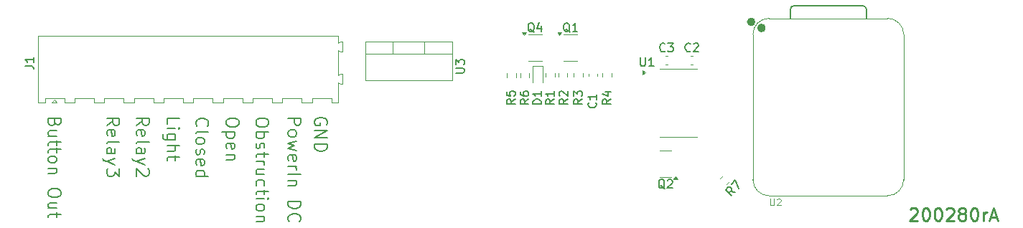
<source format=gbr>
%TF.GenerationSoftware,KiCad,Pcbnew,8.0.1*%
%TF.CreationDate,2025-01-20T12:05:53-05:00*%
%TF.ProjectId,200280,32303032-3830-42e6-9b69-6361645f7063,rev?*%
%TF.SameCoordinates,PX3473bc0PY5f5e100*%
%TF.FileFunction,Legend,Top*%
%TF.FilePolarity,Positive*%
%FSLAX46Y46*%
G04 Gerber Fmt 4.6, Leading zero omitted, Abs format (unit mm)*
G04 Created by KiCad (PCBNEW 8.0.1) date 2025-01-20 12:05:53*
%MOMM*%
%LPD*%
G01*
G04 APERTURE LIST*
%ADD10C,0.200000*%
%ADD11C,0.250000*%
%ADD12C,0.150000*%
%ADD13C,0.106680*%
%ADD14C,0.120000*%
%ADD15C,0.100000*%
%ADD16C,0.127000*%
%ADD17C,0.504000*%
G04 APERTURE END LIST*
D10*
X12279685Y12711280D02*
X12208257Y12496994D01*
X12208257Y12496994D02*
X12136828Y12425565D01*
X12136828Y12425565D02*
X11993971Y12354137D01*
X11993971Y12354137D02*
X11779685Y12354137D01*
X11779685Y12354137D02*
X11636828Y12425565D01*
X11636828Y12425565D02*
X11565400Y12496994D01*
X11565400Y12496994D02*
X11493971Y12639851D01*
X11493971Y12639851D02*
X11493971Y13211280D01*
X11493971Y13211280D02*
X12993971Y13211280D01*
X12993971Y13211280D02*
X12993971Y12711280D01*
X12993971Y12711280D02*
X12922542Y12568422D01*
X12922542Y12568422D02*
X12851114Y12496994D01*
X12851114Y12496994D02*
X12708257Y12425565D01*
X12708257Y12425565D02*
X12565400Y12425565D01*
X12565400Y12425565D02*
X12422542Y12496994D01*
X12422542Y12496994D02*
X12351114Y12568422D01*
X12351114Y12568422D02*
X12279685Y12711280D01*
X12279685Y12711280D02*
X12279685Y13211280D01*
X12493971Y11068422D02*
X11493971Y11068422D01*
X12493971Y11711280D02*
X11708257Y11711280D01*
X11708257Y11711280D02*
X11565400Y11639851D01*
X11565400Y11639851D02*
X11493971Y11496994D01*
X11493971Y11496994D02*
X11493971Y11282708D01*
X11493971Y11282708D02*
X11565400Y11139851D01*
X11565400Y11139851D02*
X11636828Y11068422D01*
X12493971Y10568422D02*
X12493971Y9996994D01*
X12993971Y10354137D02*
X11708257Y10354137D01*
X11708257Y10354137D02*
X11565400Y10282708D01*
X11565400Y10282708D02*
X11493971Y10139851D01*
X11493971Y10139851D02*
X11493971Y9996994D01*
X12493971Y9711279D02*
X12493971Y9139851D01*
X12993971Y9496994D02*
X11708257Y9496994D01*
X11708257Y9496994D02*
X11565400Y9425565D01*
X11565400Y9425565D02*
X11493971Y9282708D01*
X11493971Y9282708D02*
X11493971Y9139851D01*
X11493971Y8425565D02*
X11565400Y8568422D01*
X11565400Y8568422D02*
X11636828Y8639851D01*
X11636828Y8639851D02*
X11779685Y8711279D01*
X11779685Y8711279D02*
X12208257Y8711279D01*
X12208257Y8711279D02*
X12351114Y8639851D01*
X12351114Y8639851D02*
X12422542Y8568422D01*
X12422542Y8568422D02*
X12493971Y8425565D01*
X12493971Y8425565D02*
X12493971Y8211279D01*
X12493971Y8211279D02*
X12422542Y8068422D01*
X12422542Y8068422D02*
X12351114Y7996993D01*
X12351114Y7996993D02*
X12208257Y7925565D01*
X12208257Y7925565D02*
X11779685Y7925565D01*
X11779685Y7925565D02*
X11636828Y7996993D01*
X11636828Y7996993D02*
X11565400Y8068422D01*
X11565400Y8068422D02*
X11493971Y8211279D01*
X11493971Y8211279D02*
X11493971Y8425565D01*
X12493971Y7282708D02*
X11493971Y7282708D01*
X12351114Y7282708D02*
X12422542Y7211279D01*
X12422542Y7211279D02*
X12493971Y7068422D01*
X12493971Y7068422D02*
X12493971Y6854136D01*
X12493971Y6854136D02*
X12422542Y6711279D01*
X12422542Y6711279D02*
X12279685Y6639850D01*
X12279685Y6639850D02*
X11493971Y6639850D01*
X12993971Y4496993D02*
X12993971Y4211279D01*
X12993971Y4211279D02*
X12922542Y4068422D01*
X12922542Y4068422D02*
X12779685Y3925565D01*
X12779685Y3925565D02*
X12493971Y3854136D01*
X12493971Y3854136D02*
X11993971Y3854136D01*
X11993971Y3854136D02*
X11708257Y3925565D01*
X11708257Y3925565D02*
X11565400Y4068422D01*
X11565400Y4068422D02*
X11493971Y4211279D01*
X11493971Y4211279D02*
X11493971Y4496993D01*
X11493971Y4496993D02*
X11565400Y4639850D01*
X11565400Y4639850D02*
X11708257Y4782708D01*
X11708257Y4782708D02*
X11993971Y4854136D01*
X11993971Y4854136D02*
X12493971Y4854136D01*
X12493971Y4854136D02*
X12779685Y4782708D01*
X12779685Y4782708D02*
X12922542Y4639850D01*
X12922542Y4639850D02*
X12993971Y4496993D01*
X12493971Y2568421D02*
X11493971Y2568421D01*
X12493971Y3211279D02*
X11708257Y3211279D01*
X11708257Y3211279D02*
X11565400Y3139850D01*
X11565400Y3139850D02*
X11493971Y2996993D01*
X11493971Y2996993D02*
X11493971Y2782707D01*
X11493971Y2782707D02*
X11565400Y2639850D01*
X11565400Y2639850D02*
X11636828Y2568421D01*
X12493971Y2068421D02*
X12493971Y1496993D01*
X12993971Y1854136D02*
X11708257Y1854136D01*
X11708257Y1854136D02*
X11565400Y1782707D01*
X11565400Y1782707D02*
X11493971Y1639850D01*
X11493971Y1639850D02*
X11493971Y1496993D01*
X18393971Y12354137D02*
X19108257Y12854137D01*
X18393971Y13211280D02*
X19893971Y13211280D01*
X19893971Y13211280D02*
X19893971Y12639851D01*
X19893971Y12639851D02*
X19822542Y12496994D01*
X19822542Y12496994D02*
X19751114Y12425565D01*
X19751114Y12425565D02*
X19608257Y12354137D01*
X19608257Y12354137D02*
X19393971Y12354137D01*
X19393971Y12354137D02*
X19251114Y12425565D01*
X19251114Y12425565D02*
X19179685Y12496994D01*
X19179685Y12496994D02*
X19108257Y12639851D01*
X19108257Y12639851D02*
X19108257Y13211280D01*
X18465400Y11139851D02*
X18393971Y11282708D01*
X18393971Y11282708D02*
X18393971Y11568422D01*
X18393971Y11568422D02*
X18465400Y11711280D01*
X18465400Y11711280D02*
X18608257Y11782708D01*
X18608257Y11782708D02*
X19179685Y11782708D01*
X19179685Y11782708D02*
X19322542Y11711280D01*
X19322542Y11711280D02*
X19393971Y11568422D01*
X19393971Y11568422D02*
X19393971Y11282708D01*
X19393971Y11282708D02*
X19322542Y11139851D01*
X19322542Y11139851D02*
X19179685Y11068422D01*
X19179685Y11068422D02*
X19036828Y11068422D01*
X19036828Y11068422D02*
X18893971Y11782708D01*
X18393971Y10211280D02*
X18465400Y10354137D01*
X18465400Y10354137D02*
X18608257Y10425566D01*
X18608257Y10425566D02*
X19893971Y10425566D01*
X18393971Y8996994D02*
X19179685Y8996994D01*
X19179685Y8996994D02*
X19322542Y9068423D01*
X19322542Y9068423D02*
X19393971Y9211280D01*
X19393971Y9211280D02*
X19393971Y9496994D01*
X19393971Y9496994D02*
X19322542Y9639852D01*
X18465400Y8996994D02*
X18393971Y9139852D01*
X18393971Y9139852D02*
X18393971Y9496994D01*
X18393971Y9496994D02*
X18465400Y9639852D01*
X18465400Y9639852D02*
X18608257Y9711280D01*
X18608257Y9711280D02*
X18751114Y9711280D01*
X18751114Y9711280D02*
X18893971Y9639852D01*
X18893971Y9639852D02*
X18965400Y9496994D01*
X18965400Y9496994D02*
X18965400Y9139852D01*
X18965400Y9139852D02*
X19036828Y8996994D01*
X19393971Y8425566D02*
X18393971Y8068423D01*
X19393971Y7711280D02*
X18393971Y8068423D01*
X18393971Y8068423D02*
X18036828Y8211280D01*
X18036828Y8211280D02*
X17965400Y8282709D01*
X17965400Y8282709D02*
X17893971Y8425566D01*
X19893971Y7282709D02*
X19893971Y6354137D01*
X19893971Y6354137D02*
X19322542Y6854137D01*
X19322542Y6854137D02*
X19322542Y6639852D01*
X19322542Y6639852D02*
X19251114Y6496994D01*
X19251114Y6496994D02*
X19179685Y6425566D01*
X19179685Y6425566D02*
X19036828Y6354137D01*
X19036828Y6354137D02*
X18679685Y6354137D01*
X18679685Y6354137D02*
X18536828Y6425566D01*
X18536828Y6425566D02*
X18465400Y6496994D01*
X18465400Y6496994D02*
X18393971Y6639852D01*
X18393971Y6639852D02*
X18393971Y7068423D01*
X18393971Y7068423D02*
X18465400Y7211280D01*
X18465400Y7211280D02*
X18536828Y7282709D01*
X21893971Y12354137D02*
X22608257Y12854137D01*
X21893971Y13211280D02*
X23393971Y13211280D01*
X23393971Y13211280D02*
X23393971Y12639851D01*
X23393971Y12639851D02*
X23322542Y12496994D01*
X23322542Y12496994D02*
X23251114Y12425565D01*
X23251114Y12425565D02*
X23108257Y12354137D01*
X23108257Y12354137D02*
X22893971Y12354137D01*
X22893971Y12354137D02*
X22751114Y12425565D01*
X22751114Y12425565D02*
X22679685Y12496994D01*
X22679685Y12496994D02*
X22608257Y12639851D01*
X22608257Y12639851D02*
X22608257Y13211280D01*
X21965400Y11139851D02*
X21893971Y11282708D01*
X21893971Y11282708D02*
X21893971Y11568422D01*
X21893971Y11568422D02*
X21965400Y11711280D01*
X21965400Y11711280D02*
X22108257Y11782708D01*
X22108257Y11782708D02*
X22679685Y11782708D01*
X22679685Y11782708D02*
X22822542Y11711280D01*
X22822542Y11711280D02*
X22893971Y11568422D01*
X22893971Y11568422D02*
X22893971Y11282708D01*
X22893971Y11282708D02*
X22822542Y11139851D01*
X22822542Y11139851D02*
X22679685Y11068422D01*
X22679685Y11068422D02*
X22536828Y11068422D01*
X22536828Y11068422D02*
X22393971Y11782708D01*
X21893971Y10211280D02*
X21965400Y10354137D01*
X21965400Y10354137D02*
X22108257Y10425566D01*
X22108257Y10425566D02*
X23393971Y10425566D01*
X21893971Y8996994D02*
X22679685Y8996994D01*
X22679685Y8996994D02*
X22822542Y9068423D01*
X22822542Y9068423D02*
X22893971Y9211280D01*
X22893971Y9211280D02*
X22893971Y9496994D01*
X22893971Y9496994D02*
X22822542Y9639852D01*
X21965400Y8996994D02*
X21893971Y9139852D01*
X21893971Y9139852D02*
X21893971Y9496994D01*
X21893971Y9496994D02*
X21965400Y9639852D01*
X21965400Y9639852D02*
X22108257Y9711280D01*
X22108257Y9711280D02*
X22251114Y9711280D01*
X22251114Y9711280D02*
X22393971Y9639852D01*
X22393971Y9639852D02*
X22465400Y9496994D01*
X22465400Y9496994D02*
X22465400Y9139852D01*
X22465400Y9139852D02*
X22536828Y8996994D01*
X22893971Y8425566D02*
X21893971Y8068423D01*
X22893971Y7711280D02*
X21893971Y8068423D01*
X21893971Y8068423D02*
X21536828Y8211280D01*
X21536828Y8211280D02*
X21465400Y8282709D01*
X21465400Y8282709D02*
X21393971Y8425566D01*
X23251114Y7211280D02*
X23322542Y7139852D01*
X23322542Y7139852D02*
X23393971Y6996994D01*
X23393971Y6996994D02*
X23393971Y6639852D01*
X23393971Y6639852D02*
X23322542Y6496994D01*
X23322542Y6496994D02*
X23251114Y6425566D01*
X23251114Y6425566D02*
X23108257Y6354137D01*
X23108257Y6354137D02*
X22965400Y6354137D01*
X22965400Y6354137D02*
X22751114Y6425566D01*
X22751114Y6425566D02*
X21893971Y7282709D01*
X21893971Y7282709D02*
X21893971Y6354137D01*
X44322542Y12425565D02*
X44393971Y12568422D01*
X44393971Y12568422D02*
X44393971Y12782708D01*
X44393971Y12782708D02*
X44322542Y12996994D01*
X44322542Y12996994D02*
X44179685Y13139851D01*
X44179685Y13139851D02*
X44036828Y13211280D01*
X44036828Y13211280D02*
X43751114Y13282708D01*
X43751114Y13282708D02*
X43536828Y13282708D01*
X43536828Y13282708D02*
X43251114Y13211280D01*
X43251114Y13211280D02*
X43108257Y13139851D01*
X43108257Y13139851D02*
X42965400Y12996994D01*
X42965400Y12996994D02*
X42893971Y12782708D01*
X42893971Y12782708D02*
X42893971Y12639851D01*
X42893971Y12639851D02*
X42965400Y12425565D01*
X42965400Y12425565D02*
X43036828Y12354137D01*
X43036828Y12354137D02*
X43536828Y12354137D01*
X43536828Y12354137D02*
X43536828Y12639851D01*
X42893971Y11711280D02*
X44393971Y11711280D01*
X44393971Y11711280D02*
X42893971Y10854137D01*
X42893971Y10854137D02*
X44393971Y10854137D01*
X42893971Y10139851D02*
X44393971Y10139851D01*
X44393971Y10139851D02*
X44393971Y9782708D01*
X44393971Y9782708D02*
X44322542Y9568422D01*
X44322542Y9568422D02*
X44179685Y9425565D01*
X44179685Y9425565D02*
X44036828Y9354136D01*
X44036828Y9354136D02*
X43751114Y9282708D01*
X43751114Y9282708D02*
X43536828Y9282708D01*
X43536828Y9282708D02*
X43251114Y9354136D01*
X43251114Y9354136D02*
X43108257Y9425565D01*
X43108257Y9425565D02*
X42965400Y9568422D01*
X42965400Y9568422D02*
X42893971Y9782708D01*
X42893971Y9782708D02*
X42893971Y10139851D01*
X39793971Y13211280D02*
X41293971Y13211280D01*
X41293971Y13211280D02*
X41293971Y12639851D01*
X41293971Y12639851D02*
X41222542Y12496994D01*
X41222542Y12496994D02*
X41151114Y12425565D01*
X41151114Y12425565D02*
X41008257Y12354137D01*
X41008257Y12354137D02*
X40793971Y12354137D01*
X40793971Y12354137D02*
X40651114Y12425565D01*
X40651114Y12425565D02*
X40579685Y12496994D01*
X40579685Y12496994D02*
X40508257Y12639851D01*
X40508257Y12639851D02*
X40508257Y13211280D01*
X39793971Y11496994D02*
X39865400Y11639851D01*
X39865400Y11639851D02*
X39936828Y11711280D01*
X39936828Y11711280D02*
X40079685Y11782708D01*
X40079685Y11782708D02*
X40508257Y11782708D01*
X40508257Y11782708D02*
X40651114Y11711280D01*
X40651114Y11711280D02*
X40722542Y11639851D01*
X40722542Y11639851D02*
X40793971Y11496994D01*
X40793971Y11496994D02*
X40793971Y11282708D01*
X40793971Y11282708D02*
X40722542Y11139851D01*
X40722542Y11139851D02*
X40651114Y11068422D01*
X40651114Y11068422D02*
X40508257Y10996994D01*
X40508257Y10996994D02*
X40079685Y10996994D01*
X40079685Y10996994D02*
X39936828Y11068422D01*
X39936828Y11068422D02*
X39865400Y11139851D01*
X39865400Y11139851D02*
X39793971Y11282708D01*
X39793971Y11282708D02*
X39793971Y11496994D01*
X40793971Y10496994D02*
X39793971Y10211279D01*
X39793971Y10211279D02*
X40508257Y9925565D01*
X40508257Y9925565D02*
X39793971Y9639851D01*
X39793971Y9639851D02*
X40793971Y9354137D01*
X39865400Y8211279D02*
X39793971Y8354136D01*
X39793971Y8354136D02*
X39793971Y8639850D01*
X39793971Y8639850D02*
X39865400Y8782708D01*
X39865400Y8782708D02*
X40008257Y8854136D01*
X40008257Y8854136D02*
X40579685Y8854136D01*
X40579685Y8854136D02*
X40722542Y8782708D01*
X40722542Y8782708D02*
X40793971Y8639850D01*
X40793971Y8639850D02*
X40793971Y8354136D01*
X40793971Y8354136D02*
X40722542Y8211279D01*
X40722542Y8211279D02*
X40579685Y8139850D01*
X40579685Y8139850D02*
X40436828Y8139850D01*
X40436828Y8139850D02*
X40293971Y8854136D01*
X39793971Y7496994D02*
X40793971Y7496994D01*
X40508257Y7496994D02*
X40651114Y7425565D01*
X40651114Y7425565D02*
X40722542Y7354136D01*
X40722542Y7354136D02*
X40793971Y7211279D01*
X40793971Y7211279D02*
X40793971Y7068422D01*
X39793971Y6568423D02*
X41293971Y6568423D01*
X40793971Y5854137D02*
X39793971Y5854137D01*
X40651114Y5854137D02*
X40722542Y5782708D01*
X40722542Y5782708D02*
X40793971Y5639851D01*
X40793971Y5639851D02*
X40793971Y5425565D01*
X40793971Y5425565D02*
X40722542Y5282708D01*
X40722542Y5282708D02*
X40579685Y5211279D01*
X40579685Y5211279D02*
X39793971Y5211279D01*
X39793971Y3354137D02*
X41293971Y3354137D01*
X41293971Y3354137D02*
X41293971Y2996994D01*
X41293971Y2996994D02*
X41222542Y2782708D01*
X41222542Y2782708D02*
X41079685Y2639851D01*
X41079685Y2639851D02*
X40936828Y2568422D01*
X40936828Y2568422D02*
X40651114Y2496994D01*
X40651114Y2496994D02*
X40436828Y2496994D01*
X40436828Y2496994D02*
X40151114Y2568422D01*
X40151114Y2568422D02*
X40008257Y2639851D01*
X40008257Y2639851D02*
X39865400Y2782708D01*
X39865400Y2782708D02*
X39793971Y2996994D01*
X39793971Y2996994D02*
X39793971Y3354137D01*
X39936828Y996994D02*
X39865400Y1068422D01*
X39865400Y1068422D02*
X39793971Y1282708D01*
X39793971Y1282708D02*
X39793971Y1425565D01*
X39793971Y1425565D02*
X39865400Y1639851D01*
X39865400Y1639851D02*
X40008257Y1782708D01*
X40008257Y1782708D02*
X40151114Y1854137D01*
X40151114Y1854137D02*
X40436828Y1925565D01*
X40436828Y1925565D02*
X40651114Y1925565D01*
X40651114Y1925565D02*
X40936828Y1854137D01*
X40936828Y1854137D02*
X41079685Y1782708D01*
X41079685Y1782708D02*
X41222542Y1639851D01*
X41222542Y1639851D02*
X41293971Y1425565D01*
X41293971Y1425565D02*
X41293971Y1282708D01*
X41293971Y1282708D02*
X41222542Y1068422D01*
X41222542Y1068422D02*
X41151114Y996994D01*
X25493971Y12496994D02*
X25493971Y13211280D01*
X25493971Y13211280D02*
X26993971Y13211280D01*
X25493971Y11996994D02*
X26493971Y11996994D01*
X26993971Y11996994D02*
X26922542Y12068422D01*
X26922542Y12068422D02*
X26851114Y11996994D01*
X26851114Y11996994D02*
X26922542Y11925565D01*
X26922542Y11925565D02*
X26993971Y11996994D01*
X26993971Y11996994D02*
X26851114Y11996994D01*
X26493971Y10639850D02*
X25279685Y10639850D01*
X25279685Y10639850D02*
X25136828Y10711279D01*
X25136828Y10711279D02*
X25065400Y10782708D01*
X25065400Y10782708D02*
X24993971Y10925565D01*
X24993971Y10925565D02*
X24993971Y11139850D01*
X24993971Y11139850D02*
X25065400Y11282708D01*
X25565400Y10639850D02*
X25493971Y10782708D01*
X25493971Y10782708D02*
X25493971Y11068422D01*
X25493971Y11068422D02*
X25565400Y11211279D01*
X25565400Y11211279D02*
X25636828Y11282708D01*
X25636828Y11282708D02*
X25779685Y11354136D01*
X25779685Y11354136D02*
X26208257Y11354136D01*
X26208257Y11354136D02*
X26351114Y11282708D01*
X26351114Y11282708D02*
X26422542Y11211279D01*
X26422542Y11211279D02*
X26493971Y11068422D01*
X26493971Y11068422D02*
X26493971Y10782708D01*
X26493971Y10782708D02*
X26422542Y10639850D01*
X25493971Y9925565D02*
X26993971Y9925565D01*
X25493971Y9282707D02*
X26279685Y9282707D01*
X26279685Y9282707D02*
X26422542Y9354136D01*
X26422542Y9354136D02*
X26493971Y9496993D01*
X26493971Y9496993D02*
X26493971Y9711279D01*
X26493971Y9711279D02*
X26422542Y9854136D01*
X26422542Y9854136D02*
X26351114Y9925565D01*
X26493971Y8782707D02*
X26493971Y8211279D01*
X26993971Y8568422D02*
X25708257Y8568422D01*
X25708257Y8568422D02*
X25565400Y8496993D01*
X25565400Y8496993D02*
X25493971Y8354136D01*
X25493971Y8354136D02*
X25493971Y8211279D01*
X29036828Y12254137D02*
X28965400Y12325565D01*
X28965400Y12325565D02*
X28893971Y12539851D01*
X28893971Y12539851D02*
X28893971Y12682708D01*
X28893971Y12682708D02*
X28965400Y12896994D01*
X28965400Y12896994D02*
X29108257Y13039851D01*
X29108257Y13039851D02*
X29251114Y13111280D01*
X29251114Y13111280D02*
X29536828Y13182708D01*
X29536828Y13182708D02*
X29751114Y13182708D01*
X29751114Y13182708D02*
X30036828Y13111280D01*
X30036828Y13111280D02*
X30179685Y13039851D01*
X30179685Y13039851D02*
X30322542Y12896994D01*
X30322542Y12896994D02*
X30393971Y12682708D01*
X30393971Y12682708D02*
X30393971Y12539851D01*
X30393971Y12539851D02*
X30322542Y12325565D01*
X30322542Y12325565D02*
X30251114Y12254137D01*
X28893971Y11396994D02*
X28965400Y11539851D01*
X28965400Y11539851D02*
X29108257Y11611280D01*
X29108257Y11611280D02*
X30393971Y11611280D01*
X28893971Y10611280D02*
X28965400Y10754137D01*
X28965400Y10754137D02*
X29036828Y10825566D01*
X29036828Y10825566D02*
X29179685Y10896994D01*
X29179685Y10896994D02*
X29608257Y10896994D01*
X29608257Y10896994D02*
X29751114Y10825566D01*
X29751114Y10825566D02*
X29822542Y10754137D01*
X29822542Y10754137D02*
X29893971Y10611280D01*
X29893971Y10611280D02*
X29893971Y10396994D01*
X29893971Y10396994D02*
X29822542Y10254137D01*
X29822542Y10254137D02*
X29751114Y10182708D01*
X29751114Y10182708D02*
X29608257Y10111280D01*
X29608257Y10111280D02*
X29179685Y10111280D01*
X29179685Y10111280D02*
X29036828Y10182708D01*
X29036828Y10182708D02*
X28965400Y10254137D01*
X28965400Y10254137D02*
X28893971Y10396994D01*
X28893971Y10396994D02*
X28893971Y10611280D01*
X28965400Y9539851D02*
X28893971Y9396994D01*
X28893971Y9396994D02*
X28893971Y9111280D01*
X28893971Y9111280D02*
X28965400Y8968423D01*
X28965400Y8968423D02*
X29108257Y8896994D01*
X29108257Y8896994D02*
X29179685Y8896994D01*
X29179685Y8896994D02*
X29322542Y8968423D01*
X29322542Y8968423D02*
X29393971Y9111280D01*
X29393971Y9111280D02*
X29393971Y9325565D01*
X29393971Y9325565D02*
X29465400Y9468423D01*
X29465400Y9468423D02*
X29608257Y9539851D01*
X29608257Y9539851D02*
X29679685Y9539851D01*
X29679685Y9539851D02*
X29822542Y9468423D01*
X29822542Y9468423D02*
X29893971Y9325565D01*
X29893971Y9325565D02*
X29893971Y9111280D01*
X29893971Y9111280D02*
X29822542Y8968423D01*
X28965400Y7682708D02*
X28893971Y7825565D01*
X28893971Y7825565D02*
X28893971Y8111279D01*
X28893971Y8111279D02*
X28965400Y8254137D01*
X28965400Y8254137D02*
X29108257Y8325565D01*
X29108257Y8325565D02*
X29679685Y8325565D01*
X29679685Y8325565D02*
X29822542Y8254137D01*
X29822542Y8254137D02*
X29893971Y8111279D01*
X29893971Y8111279D02*
X29893971Y7825565D01*
X29893971Y7825565D02*
X29822542Y7682708D01*
X29822542Y7682708D02*
X29679685Y7611279D01*
X29679685Y7611279D02*
X29536828Y7611279D01*
X29536828Y7611279D02*
X29393971Y8325565D01*
X28893971Y6325565D02*
X30393971Y6325565D01*
X28965400Y6325565D02*
X28893971Y6468423D01*
X28893971Y6468423D02*
X28893971Y6754137D01*
X28893971Y6754137D02*
X28965400Y6896994D01*
X28965400Y6896994D02*
X29036828Y6968423D01*
X29036828Y6968423D02*
X29179685Y7039851D01*
X29179685Y7039851D02*
X29608257Y7039851D01*
X29608257Y7039851D02*
X29751114Y6968423D01*
X29751114Y6968423D02*
X29822542Y6896994D01*
X29822542Y6896994D02*
X29893971Y6754137D01*
X29893971Y6754137D02*
X29893971Y6468423D01*
X29893971Y6468423D02*
X29822542Y6325565D01*
X33993971Y12825565D02*
X33993971Y12539851D01*
X33993971Y12539851D02*
X33922542Y12396994D01*
X33922542Y12396994D02*
X33779685Y12254137D01*
X33779685Y12254137D02*
X33493971Y12182708D01*
X33493971Y12182708D02*
X32993971Y12182708D01*
X32993971Y12182708D02*
X32708257Y12254137D01*
X32708257Y12254137D02*
X32565400Y12396994D01*
X32565400Y12396994D02*
X32493971Y12539851D01*
X32493971Y12539851D02*
X32493971Y12825565D01*
X32493971Y12825565D02*
X32565400Y12968422D01*
X32565400Y12968422D02*
X32708257Y13111280D01*
X32708257Y13111280D02*
X32993971Y13182708D01*
X32993971Y13182708D02*
X33493971Y13182708D01*
X33493971Y13182708D02*
X33779685Y13111280D01*
X33779685Y13111280D02*
X33922542Y12968422D01*
X33922542Y12968422D02*
X33993971Y12825565D01*
X33493971Y11539851D02*
X31993971Y11539851D01*
X33422542Y11539851D02*
X33493971Y11396993D01*
X33493971Y11396993D02*
X33493971Y11111279D01*
X33493971Y11111279D02*
X33422542Y10968422D01*
X33422542Y10968422D02*
X33351114Y10896993D01*
X33351114Y10896993D02*
X33208257Y10825565D01*
X33208257Y10825565D02*
X32779685Y10825565D01*
X32779685Y10825565D02*
X32636828Y10896993D01*
X32636828Y10896993D02*
X32565400Y10968422D01*
X32565400Y10968422D02*
X32493971Y11111279D01*
X32493971Y11111279D02*
X32493971Y11396993D01*
X32493971Y11396993D02*
X32565400Y11539851D01*
X32565400Y9611279D02*
X32493971Y9754136D01*
X32493971Y9754136D02*
X32493971Y10039850D01*
X32493971Y10039850D02*
X32565400Y10182708D01*
X32565400Y10182708D02*
X32708257Y10254136D01*
X32708257Y10254136D02*
X33279685Y10254136D01*
X33279685Y10254136D02*
X33422542Y10182708D01*
X33422542Y10182708D02*
X33493971Y10039850D01*
X33493971Y10039850D02*
X33493971Y9754136D01*
X33493971Y9754136D02*
X33422542Y9611279D01*
X33422542Y9611279D02*
X33279685Y9539850D01*
X33279685Y9539850D02*
X33136828Y9539850D01*
X33136828Y9539850D02*
X32993971Y10254136D01*
X33493971Y8896994D02*
X32493971Y8896994D01*
X33351114Y8896994D02*
X33422542Y8825565D01*
X33422542Y8825565D02*
X33493971Y8682708D01*
X33493971Y8682708D02*
X33493971Y8468422D01*
X33493971Y8468422D02*
X33422542Y8325565D01*
X33422542Y8325565D02*
X33279685Y8254136D01*
X33279685Y8254136D02*
X32493971Y8254136D01*
X37493971Y12825565D02*
X37493971Y12539851D01*
X37493971Y12539851D02*
X37422542Y12396994D01*
X37422542Y12396994D02*
X37279685Y12254137D01*
X37279685Y12254137D02*
X36993971Y12182708D01*
X36993971Y12182708D02*
X36493971Y12182708D01*
X36493971Y12182708D02*
X36208257Y12254137D01*
X36208257Y12254137D02*
X36065400Y12396994D01*
X36065400Y12396994D02*
X35993971Y12539851D01*
X35993971Y12539851D02*
X35993971Y12825565D01*
X35993971Y12825565D02*
X36065400Y12968422D01*
X36065400Y12968422D02*
X36208257Y13111280D01*
X36208257Y13111280D02*
X36493971Y13182708D01*
X36493971Y13182708D02*
X36993971Y13182708D01*
X36993971Y13182708D02*
X37279685Y13111280D01*
X37279685Y13111280D02*
X37422542Y12968422D01*
X37422542Y12968422D02*
X37493971Y12825565D01*
X35993971Y11539851D02*
X37493971Y11539851D01*
X36922542Y11539851D02*
X36993971Y11396993D01*
X36993971Y11396993D02*
X36993971Y11111279D01*
X36993971Y11111279D02*
X36922542Y10968422D01*
X36922542Y10968422D02*
X36851114Y10896993D01*
X36851114Y10896993D02*
X36708257Y10825565D01*
X36708257Y10825565D02*
X36279685Y10825565D01*
X36279685Y10825565D02*
X36136828Y10896993D01*
X36136828Y10896993D02*
X36065400Y10968422D01*
X36065400Y10968422D02*
X35993971Y11111279D01*
X35993971Y11111279D02*
X35993971Y11396993D01*
X35993971Y11396993D02*
X36065400Y11539851D01*
X36065400Y10254136D02*
X35993971Y10111279D01*
X35993971Y10111279D02*
X35993971Y9825565D01*
X35993971Y9825565D02*
X36065400Y9682708D01*
X36065400Y9682708D02*
X36208257Y9611279D01*
X36208257Y9611279D02*
X36279685Y9611279D01*
X36279685Y9611279D02*
X36422542Y9682708D01*
X36422542Y9682708D02*
X36493971Y9825565D01*
X36493971Y9825565D02*
X36493971Y10039850D01*
X36493971Y10039850D02*
X36565400Y10182708D01*
X36565400Y10182708D02*
X36708257Y10254136D01*
X36708257Y10254136D02*
X36779685Y10254136D01*
X36779685Y10254136D02*
X36922542Y10182708D01*
X36922542Y10182708D02*
X36993971Y10039850D01*
X36993971Y10039850D02*
X36993971Y9825565D01*
X36993971Y9825565D02*
X36922542Y9682708D01*
X36993971Y9182707D02*
X36993971Y8611279D01*
X37493971Y8968422D02*
X36208257Y8968422D01*
X36208257Y8968422D02*
X36065400Y8896993D01*
X36065400Y8896993D02*
X35993971Y8754136D01*
X35993971Y8754136D02*
X35993971Y8611279D01*
X35993971Y8111279D02*
X36993971Y8111279D01*
X36708257Y8111279D02*
X36851114Y8039850D01*
X36851114Y8039850D02*
X36922542Y7968421D01*
X36922542Y7968421D02*
X36993971Y7825564D01*
X36993971Y7825564D02*
X36993971Y7682707D01*
X36993971Y6539850D02*
X35993971Y6539850D01*
X36993971Y7182708D02*
X36208257Y7182708D01*
X36208257Y7182708D02*
X36065400Y7111279D01*
X36065400Y7111279D02*
X35993971Y6968422D01*
X35993971Y6968422D02*
X35993971Y6754136D01*
X35993971Y6754136D02*
X36065400Y6611279D01*
X36065400Y6611279D02*
X36136828Y6539850D01*
X36065400Y5182707D02*
X35993971Y5325565D01*
X35993971Y5325565D02*
X35993971Y5611279D01*
X35993971Y5611279D02*
X36065400Y5754136D01*
X36065400Y5754136D02*
X36136828Y5825565D01*
X36136828Y5825565D02*
X36279685Y5896993D01*
X36279685Y5896993D02*
X36708257Y5896993D01*
X36708257Y5896993D02*
X36851114Y5825565D01*
X36851114Y5825565D02*
X36922542Y5754136D01*
X36922542Y5754136D02*
X36993971Y5611279D01*
X36993971Y5611279D02*
X36993971Y5325565D01*
X36993971Y5325565D02*
X36922542Y5182707D01*
X36993971Y4754136D02*
X36993971Y4182708D01*
X37493971Y4539851D02*
X36208257Y4539851D01*
X36208257Y4539851D02*
X36065400Y4468422D01*
X36065400Y4468422D02*
X35993971Y4325565D01*
X35993971Y4325565D02*
X35993971Y4182708D01*
X35993971Y3682708D02*
X36993971Y3682708D01*
X37493971Y3682708D02*
X37422542Y3754136D01*
X37422542Y3754136D02*
X37351114Y3682708D01*
X37351114Y3682708D02*
X37422542Y3611279D01*
X37422542Y3611279D02*
X37493971Y3682708D01*
X37493971Y3682708D02*
X37351114Y3682708D01*
X35993971Y2754136D02*
X36065400Y2896993D01*
X36065400Y2896993D02*
X36136828Y2968422D01*
X36136828Y2968422D02*
X36279685Y3039850D01*
X36279685Y3039850D02*
X36708257Y3039850D01*
X36708257Y3039850D02*
X36851114Y2968422D01*
X36851114Y2968422D02*
X36922542Y2896993D01*
X36922542Y2896993D02*
X36993971Y2754136D01*
X36993971Y2754136D02*
X36993971Y2539850D01*
X36993971Y2539850D02*
X36922542Y2396993D01*
X36922542Y2396993D02*
X36851114Y2325564D01*
X36851114Y2325564D02*
X36708257Y2254136D01*
X36708257Y2254136D02*
X36279685Y2254136D01*
X36279685Y2254136D02*
X36136828Y2325564D01*
X36136828Y2325564D02*
X36065400Y2396993D01*
X36065400Y2396993D02*
X35993971Y2539850D01*
X35993971Y2539850D02*
X35993971Y2754136D01*
X36993971Y1611279D02*
X35993971Y1611279D01*
X36851114Y1611279D02*
X36922542Y1539850D01*
X36922542Y1539850D02*
X36993971Y1396993D01*
X36993971Y1396993D02*
X36993971Y1182707D01*
X36993971Y1182707D02*
X36922542Y1039850D01*
X36922542Y1039850D02*
X36779685Y968421D01*
X36779685Y968421D02*
X35993971Y968421D01*
D11*
X113150187Y2453715D02*
X113221615Y2525143D01*
X113221615Y2525143D02*
X113364473Y2596572D01*
X113364473Y2596572D02*
X113721615Y2596572D01*
X113721615Y2596572D02*
X113864473Y2525143D01*
X113864473Y2525143D02*
X113935901Y2453715D01*
X113935901Y2453715D02*
X114007330Y2310858D01*
X114007330Y2310858D02*
X114007330Y2168000D01*
X114007330Y2168000D02*
X113935901Y1953715D01*
X113935901Y1953715D02*
X113078758Y1096572D01*
X113078758Y1096572D02*
X114007330Y1096572D01*
X114935901Y2596572D02*
X115078758Y2596572D01*
X115078758Y2596572D02*
X115221615Y2525143D01*
X115221615Y2525143D02*
X115293044Y2453715D01*
X115293044Y2453715D02*
X115364472Y2310858D01*
X115364472Y2310858D02*
X115435901Y2025143D01*
X115435901Y2025143D02*
X115435901Y1668000D01*
X115435901Y1668000D02*
X115364472Y1382286D01*
X115364472Y1382286D02*
X115293044Y1239429D01*
X115293044Y1239429D02*
X115221615Y1168000D01*
X115221615Y1168000D02*
X115078758Y1096572D01*
X115078758Y1096572D02*
X114935901Y1096572D01*
X114935901Y1096572D02*
X114793044Y1168000D01*
X114793044Y1168000D02*
X114721615Y1239429D01*
X114721615Y1239429D02*
X114650186Y1382286D01*
X114650186Y1382286D02*
X114578758Y1668000D01*
X114578758Y1668000D02*
X114578758Y2025143D01*
X114578758Y2025143D02*
X114650186Y2310858D01*
X114650186Y2310858D02*
X114721615Y2453715D01*
X114721615Y2453715D02*
X114793044Y2525143D01*
X114793044Y2525143D02*
X114935901Y2596572D01*
X116364472Y2596572D02*
X116507329Y2596572D01*
X116507329Y2596572D02*
X116650186Y2525143D01*
X116650186Y2525143D02*
X116721615Y2453715D01*
X116721615Y2453715D02*
X116793043Y2310858D01*
X116793043Y2310858D02*
X116864472Y2025143D01*
X116864472Y2025143D02*
X116864472Y1668000D01*
X116864472Y1668000D02*
X116793043Y1382286D01*
X116793043Y1382286D02*
X116721615Y1239429D01*
X116721615Y1239429D02*
X116650186Y1168000D01*
X116650186Y1168000D02*
X116507329Y1096572D01*
X116507329Y1096572D02*
X116364472Y1096572D01*
X116364472Y1096572D02*
X116221615Y1168000D01*
X116221615Y1168000D02*
X116150186Y1239429D01*
X116150186Y1239429D02*
X116078757Y1382286D01*
X116078757Y1382286D02*
X116007329Y1668000D01*
X116007329Y1668000D02*
X116007329Y2025143D01*
X116007329Y2025143D02*
X116078757Y2310858D01*
X116078757Y2310858D02*
X116150186Y2453715D01*
X116150186Y2453715D02*
X116221615Y2525143D01*
X116221615Y2525143D02*
X116364472Y2596572D01*
X117435900Y2453715D02*
X117507328Y2525143D01*
X117507328Y2525143D02*
X117650186Y2596572D01*
X117650186Y2596572D02*
X118007328Y2596572D01*
X118007328Y2596572D02*
X118150186Y2525143D01*
X118150186Y2525143D02*
X118221614Y2453715D01*
X118221614Y2453715D02*
X118293043Y2310858D01*
X118293043Y2310858D02*
X118293043Y2168000D01*
X118293043Y2168000D02*
X118221614Y1953715D01*
X118221614Y1953715D02*
X117364471Y1096572D01*
X117364471Y1096572D02*
X118293043Y1096572D01*
X119150185Y1953715D02*
X119007328Y2025143D01*
X119007328Y2025143D02*
X118935899Y2096572D01*
X118935899Y2096572D02*
X118864471Y2239429D01*
X118864471Y2239429D02*
X118864471Y2310858D01*
X118864471Y2310858D02*
X118935899Y2453715D01*
X118935899Y2453715D02*
X119007328Y2525143D01*
X119007328Y2525143D02*
X119150185Y2596572D01*
X119150185Y2596572D02*
X119435899Y2596572D01*
X119435899Y2596572D02*
X119578757Y2525143D01*
X119578757Y2525143D02*
X119650185Y2453715D01*
X119650185Y2453715D02*
X119721614Y2310858D01*
X119721614Y2310858D02*
X119721614Y2239429D01*
X119721614Y2239429D02*
X119650185Y2096572D01*
X119650185Y2096572D02*
X119578757Y2025143D01*
X119578757Y2025143D02*
X119435899Y1953715D01*
X119435899Y1953715D02*
X119150185Y1953715D01*
X119150185Y1953715D02*
X119007328Y1882286D01*
X119007328Y1882286D02*
X118935899Y1810858D01*
X118935899Y1810858D02*
X118864471Y1668000D01*
X118864471Y1668000D02*
X118864471Y1382286D01*
X118864471Y1382286D02*
X118935899Y1239429D01*
X118935899Y1239429D02*
X119007328Y1168000D01*
X119007328Y1168000D02*
X119150185Y1096572D01*
X119150185Y1096572D02*
X119435899Y1096572D01*
X119435899Y1096572D02*
X119578757Y1168000D01*
X119578757Y1168000D02*
X119650185Y1239429D01*
X119650185Y1239429D02*
X119721614Y1382286D01*
X119721614Y1382286D02*
X119721614Y1668000D01*
X119721614Y1668000D02*
X119650185Y1810858D01*
X119650185Y1810858D02*
X119578757Y1882286D01*
X119578757Y1882286D02*
X119435899Y1953715D01*
X120650185Y2596572D02*
X120793042Y2596572D01*
X120793042Y2596572D02*
X120935899Y2525143D01*
X120935899Y2525143D02*
X121007328Y2453715D01*
X121007328Y2453715D02*
X121078756Y2310858D01*
X121078756Y2310858D02*
X121150185Y2025143D01*
X121150185Y2025143D02*
X121150185Y1668000D01*
X121150185Y1668000D02*
X121078756Y1382286D01*
X121078756Y1382286D02*
X121007328Y1239429D01*
X121007328Y1239429D02*
X120935899Y1168000D01*
X120935899Y1168000D02*
X120793042Y1096572D01*
X120793042Y1096572D02*
X120650185Y1096572D01*
X120650185Y1096572D02*
X120507328Y1168000D01*
X120507328Y1168000D02*
X120435899Y1239429D01*
X120435899Y1239429D02*
X120364470Y1382286D01*
X120364470Y1382286D02*
X120293042Y1668000D01*
X120293042Y1668000D02*
X120293042Y2025143D01*
X120293042Y2025143D02*
X120364470Y2310858D01*
X120364470Y2310858D02*
X120435899Y2453715D01*
X120435899Y2453715D02*
X120507328Y2525143D01*
X120507328Y2525143D02*
X120650185Y2596572D01*
X121793041Y1096572D02*
X121793041Y2096572D01*
X121793041Y1810858D02*
X121864470Y1953715D01*
X121864470Y1953715D02*
X121935899Y2025143D01*
X121935899Y2025143D02*
X122078756Y2096572D01*
X122078756Y2096572D02*
X122221613Y2096572D01*
X122650184Y1525143D02*
X123364470Y1525143D01*
X122507327Y1096572D02*
X123007327Y2596572D01*
X123007327Y2596572D02*
X123507327Y1096572D01*
D12*
X92514917Y4449381D02*
X91942498Y4550396D01*
X92110856Y4045320D02*
X91403750Y4752427D01*
X91403750Y4752427D02*
X91673124Y5021801D01*
X91673124Y5021801D02*
X91774139Y5055473D01*
X91774139Y5055473D02*
X91841482Y5055473D01*
X91841482Y5055473D02*
X91942498Y5021801D01*
X91942498Y5021801D02*
X92043513Y4920786D01*
X92043513Y4920786D02*
X92077185Y4819770D01*
X92077185Y4819770D02*
X92077185Y4752427D01*
X92077185Y4752427D02*
X92043513Y4651412D01*
X92043513Y4651412D02*
X91774139Y4382038D01*
X92043513Y5392190D02*
X92514917Y5863595D01*
X92514917Y5863595D02*
X92918978Y4853442D01*
X76059580Y15033334D02*
X76107200Y14985715D01*
X76107200Y14985715D02*
X76154819Y14842858D01*
X76154819Y14842858D02*
X76154819Y14747620D01*
X76154819Y14747620D02*
X76107200Y14604763D01*
X76107200Y14604763D02*
X76011961Y14509525D01*
X76011961Y14509525D02*
X75916723Y14461906D01*
X75916723Y14461906D02*
X75726247Y14414287D01*
X75726247Y14414287D02*
X75583390Y14414287D01*
X75583390Y14414287D02*
X75392914Y14461906D01*
X75392914Y14461906D02*
X75297676Y14509525D01*
X75297676Y14509525D02*
X75202438Y14604763D01*
X75202438Y14604763D02*
X75154819Y14747620D01*
X75154819Y14747620D02*
X75154819Y14842858D01*
X75154819Y14842858D02*
X75202438Y14985715D01*
X75202438Y14985715D02*
X75250057Y15033334D01*
X76154819Y15985715D02*
X76154819Y15414287D01*
X76154819Y15700001D02*
X75154819Y15700001D01*
X75154819Y15700001D02*
X75297676Y15604763D01*
X75297676Y15604763D02*
X75392914Y15509525D01*
X75392914Y15509525D02*
X75440533Y15414287D01*
X8754819Y19366667D02*
X9469104Y19366667D01*
X9469104Y19366667D02*
X9611961Y19319048D01*
X9611961Y19319048D02*
X9707200Y19223810D01*
X9707200Y19223810D02*
X9754819Y19080953D01*
X9754819Y19080953D02*
X9754819Y18985715D01*
X9754819Y20366667D02*
X9754819Y19795239D01*
X9754819Y20080953D02*
X8754819Y20080953D01*
X8754819Y20080953D02*
X8897676Y19985715D01*
X8897676Y19985715D02*
X8992914Y19890477D01*
X8992914Y19890477D02*
X9040533Y19795239D01*
X68154819Y15433334D02*
X67678628Y15100001D01*
X68154819Y14861906D02*
X67154819Y14861906D01*
X67154819Y14861906D02*
X67154819Y15242858D01*
X67154819Y15242858D02*
X67202438Y15338096D01*
X67202438Y15338096D02*
X67250057Y15385715D01*
X67250057Y15385715D02*
X67345295Y15433334D01*
X67345295Y15433334D02*
X67488152Y15433334D01*
X67488152Y15433334D02*
X67583390Y15385715D01*
X67583390Y15385715D02*
X67631009Y15338096D01*
X67631009Y15338096D02*
X67678628Y15242858D01*
X67678628Y15242858D02*
X67678628Y14861906D01*
X67154819Y16290477D02*
X67154819Y16100001D01*
X67154819Y16100001D02*
X67202438Y16004763D01*
X67202438Y16004763D02*
X67250057Y15957144D01*
X67250057Y15957144D02*
X67392914Y15861906D01*
X67392914Y15861906D02*
X67583390Y15814287D01*
X67583390Y15814287D02*
X67964342Y15814287D01*
X67964342Y15814287D02*
X68059580Y15861906D01*
X68059580Y15861906D02*
X68107200Y15909525D01*
X68107200Y15909525D02*
X68154819Y16004763D01*
X68154819Y16004763D02*
X68154819Y16195239D01*
X68154819Y16195239D02*
X68107200Y16290477D01*
X68107200Y16290477D02*
X68059580Y16338096D01*
X68059580Y16338096D02*
X67964342Y16385715D01*
X67964342Y16385715D02*
X67726247Y16385715D01*
X67726247Y16385715D02*
X67631009Y16338096D01*
X67631009Y16338096D02*
X67583390Y16290477D01*
X67583390Y16290477D02*
X67535771Y16195239D01*
X67535771Y16195239D02*
X67535771Y16004763D01*
X67535771Y16004763D02*
X67583390Y15909525D01*
X67583390Y15909525D02*
X67631009Y15861906D01*
X67631009Y15861906D02*
X67726247Y15814287D01*
X66554819Y15433334D02*
X66078628Y15100001D01*
X66554819Y14861906D02*
X65554819Y14861906D01*
X65554819Y14861906D02*
X65554819Y15242858D01*
X65554819Y15242858D02*
X65602438Y15338096D01*
X65602438Y15338096D02*
X65650057Y15385715D01*
X65650057Y15385715D02*
X65745295Y15433334D01*
X65745295Y15433334D02*
X65888152Y15433334D01*
X65888152Y15433334D02*
X65983390Y15385715D01*
X65983390Y15385715D02*
X66031009Y15338096D01*
X66031009Y15338096D02*
X66078628Y15242858D01*
X66078628Y15242858D02*
X66078628Y14861906D01*
X65554819Y16338096D02*
X65554819Y15861906D01*
X65554819Y15861906D02*
X66031009Y15814287D01*
X66031009Y15814287D02*
X65983390Y15861906D01*
X65983390Y15861906D02*
X65935771Y15957144D01*
X65935771Y15957144D02*
X65935771Y16195239D01*
X65935771Y16195239D02*
X65983390Y16290477D01*
X65983390Y16290477D02*
X66031009Y16338096D01*
X66031009Y16338096D02*
X66126247Y16385715D01*
X66126247Y16385715D02*
X66364342Y16385715D01*
X66364342Y16385715D02*
X66459580Y16338096D01*
X66459580Y16338096D02*
X66507200Y16290477D01*
X66507200Y16290477D02*
X66554819Y16195239D01*
X66554819Y16195239D02*
X66554819Y15957144D01*
X66554819Y15957144D02*
X66507200Y15861906D01*
X66507200Y15861906D02*
X66459580Y15814287D01*
X77854819Y15433334D02*
X77378628Y15100001D01*
X77854819Y14861906D02*
X76854819Y14861906D01*
X76854819Y14861906D02*
X76854819Y15242858D01*
X76854819Y15242858D02*
X76902438Y15338096D01*
X76902438Y15338096D02*
X76950057Y15385715D01*
X76950057Y15385715D02*
X77045295Y15433334D01*
X77045295Y15433334D02*
X77188152Y15433334D01*
X77188152Y15433334D02*
X77283390Y15385715D01*
X77283390Y15385715D02*
X77331009Y15338096D01*
X77331009Y15338096D02*
X77378628Y15242858D01*
X77378628Y15242858D02*
X77378628Y14861906D01*
X77188152Y16290477D02*
X77854819Y16290477D01*
X76807200Y16052382D02*
X77521485Y15814287D01*
X77521485Y15814287D02*
X77521485Y16433334D01*
X74454819Y15433334D02*
X73978628Y15100001D01*
X74454819Y14861906D02*
X73454819Y14861906D01*
X73454819Y14861906D02*
X73454819Y15242858D01*
X73454819Y15242858D02*
X73502438Y15338096D01*
X73502438Y15338096D02*
X73550057Y15385715D01*
X73550057Y15385715D02*
X73645295Y15433334D01*
X73645295Y15433334D02*
X73788152Y15433334D01*
X73788152Y15433334D02*
X73883390Y15385715D01*
X73883390Y15385715D02*
X73931009Y15338096D01*
X73931009Y15338096D02*
X73978628Y15242858D01*
X73978628Y15242858D02*
X73978628Y14861906D01*
X73454819Y15766668D02*
X73454819Y16385715D01*
X73454819Y16385715D02*
X73835771Y16052382D01*
X73835771Y16052382D02*
X73835771Y16195239D01*
X73835771Y16195239D02*
X73883390Y16290477D01*
X73883390Y16290477D02*
X73931009Y16338096D01*
X73931009Y16338096D02*
X74026247Y16385715D01*
X74026247Y16385715D02*
X74264342Y16385715D01*
X74264342Y16385715D02*
X74359580Y16338096D01*
X74359580Y16338096D02*
X74407200Y16290477D01*
X74407200Y16290477D02*
X74454819Y16195239D01*
X74454819Y16195239D02*
X74454819Y15909525D01*
X74454819Y15909525D02*
X74407200Y15814287D01*
X74407200Y15814287D02*
X74359580Y15766668D01*
X72754819Y15433334D02*
X72278628Y15100001D01*
X72754819Y14861906D02*
X71754819Y14861906D01*
X71754819Y14861906D02*
X71754819Y15242858D01*
X71754819Y15242858D02*
X71802438Y15338096D01*
X71802438Y15338096D02*
X71850057Y15385715D01*
X71850057Y15385715D02*
X71945295Y15433334D01*
X71945295Y15433334D02*
X72088152Y15433334D01*
X72088152Y15433334D02*
X72183390Y15385715D01*
X72183390Y15385715D02*
X72231009Y15338096D01*
X72231009Y15338096D02*
X72278628Y15242858D01*
X72278628Y15242858D02*
X72278628Y14861906D01*
X71850057Y15814287D02*
X71802438Y15861906D01*
X71802438Y15861906D02*
X71754819Y15957144D01*
X71754819Y15957144D02*
X71754819Y16195239D01*
X71754819Y16195239D02*
X71802438Y16290477D01*
X71802438Y16290477D02*
X71850057Y16338096D01*
X71850057Y16338096D02*
X71945295Y16385715D01*
X71945295Y16385715D02*
X72040533Y16385715D01*
X72040533Y16385715D02*
X72183390Y16338096D01*
X72183390Y16338096D02*
X72754819Y15766668D01*
X72754819Y15766668D02*
X72754819Y16385715D01*
X71154819Y15433334D02*
X70678628Y15100001D01*
X71154819Y14861906D02*
X70154819Y14861906D01*
X70154819Y14861906D02*
X70154819Y15242858D01*
X70154819Y15242858D02*
X70202438Y15338096D01*
X70202438Y15338096D02*
X70250057Y15385715D01*
X70250057Y15385715D02*
X70345295Y15433334D01*
X70345295Y15433334D02*
X70488152Y15433334D01*
X70488152Y15433334D02*
X70583390Y15385715D01*
X70583390Y15385715D02*
X70631009Y15338096D01*
X70631009Y15338096D02*
X70678628Y15242858D01*
X70678628Y15242858D02*
X70678628Y14861906D01*
X71154819Y16385715D02*
X71154819Y15814287D01*
X71154819Y16100001D02*
X70154819Y16100001D01*
X70154819Y16100001D02*
X70297676Y16004763D01*
X70297676Y16004763D02*
X70392914Y15909525D01*
X70392914Y15909525D02*
X70440533Y15814287D01*
X68804761Y23349943D02*
X68709523Y23397562D01*
X68709523Y23397562D02*
X68614285Y23492800D01*
X68614285Y23492800D02*
X68471428Y23635658D01*
X68471428Y23635658D02*
X68376190Y23683277D01*
X68376190Y23683277D02*
X68280952Y23683277D01*
X68328571Y23445181D02*
X68233333Y23492800D01*
X68233333Y23492800D02*
X68138095Y23588039D01*
X68138095Y23588039D02*
X68090476Y23778515D01*
X68090476Y23778515D02*
X68090476Y24111848D01*
X68090476Y24111848D02*
X68138095Y24302324D01*
X68138095Y24302324D02*
X68233333Y24397562D01*
X68233333Y24397562D02*
X68328571Y24445181D01*
X68328571Y24445181D02*
X68519047Y24445181D01*
X68519047Y24445181D02*
X68614285Y24397562D01*
X68614285Y24397562D02*
X68709523Y24302324D01*
X68709523Y24302324D02*
X68757142Y24111848D01*
X68757142Y24111848D02*
X68757142Y23778515D01*
X68757142Y23778515D02*
X68709523Y23588039D01*
X68709523Y23588039D02*
X68614285Y23492800D01*
X68614285Y23492800D02*
X68519047Y23445181D01*
X68519047Y23445181D02*
X68328571Y23445181D01*
X69614285Y24111848D02*
X69614285Y23445181D01*
X69376190Y24492800D02*
X69138095Y23778515D01*
X69138095Y23778515D02*
X69757142Y23778515D01*
X84204761Y4849943D02*
X84109523Y4897562D01*
X84109523Y4897562D02*
X84014285Y4992800D01*
X84014285Y4992800D02*
X83871428Y5135658D01*
X83871428Y5135658D02*
X83776190Y5183277D01*
X83776190Y5183277D02*
X83680952Y5183277D01*
X83728571Y4945181D02*
X83633333Y4992800D01*
X83633333Y4992800D02*
X83538095Y5088039D01*
X83538095Y5088039D02*
X83490476Y5278515D01*
X83490476Y5278515D02*
X83490476Y5611848D01*
X83490476Y5611848D02*
X83538095Y5802324D01*
X83538095Y5802324D02*
X83633333Y5897562D01*
X83633333Y5897562D02*
X83728571Y5945181D01*
X83728571Y5945181D02*
X83919047Y5945181D01*
X83919047Y5945181D02*
X84014285Y5897562D01*
X84014285Y5897562D02*
X84109523Y5802324D01*
X84109523Y5802324D02*
X84157142Y5611848D01*
X84157142Y5611848D02*
X84157142Y5278515D01*
X84157142Y5278515D02*
X84109523Y5088039D01*
X84109523Y5088039D02*
X84014285Y4992800D01*
X84014285Y4992800D02*
X83919047Y4945181D01*
X83919047Y4945181D02*
X83728571Y4945181D01*
X84538095Y5849943D02*
X84585714Y5897562D01*
X84585714Y5897562D02*
X84680952Y5945181D01*
X84680952Y5945181D02*
X84919047Y5945181D01*
X84919047Y5945181D02*
X85014285Y5897562D01*
X85014285Y5897562D02*
X85061904Y5849943D01*
X85061904Y5849943D02*
X85109523Y5754705D01*
X85109523Y5754705D02*
X85109523Y5659467D01*
X85109523Y5659467D02*
X85061904Y5516610D01*
X85061904Y5516610D02*
X84490476Y4945181D01*
X84490476Y4945181D02*
X85109523Y4945181D01*
X73004761Y23349943D02*
X72909523Y23397562D01*
X72909523Y23397562D02*
X72814285Y23492800D01*
X72814285Y23492800D02*
X72671428Y23635658D01*
X72671428Y23635658D02*
X72576190Y23683277D01*
X72576190Y23683277D02*
X72480952Y23683277D01*
X72528571Y23445181D02*
X72433333Y23492800D01*
X72433333Y23492800D02*
X72338095Y23588039D01*
X72338095Y23588039D02*
X72290476Y23778515D01*
X72290476Y23778515D02*
X72290476Y24111848D01*
X72290476Y24111848D02*
X72338095Y24302324D01*
X72338095Y24302324D02*
X72433333Y24397562D01*
X72433333Y24397562D02*
X72528571Y24445181D01*
X72528571Y24445181D02*
X72719047Y24445181D01*
X72719047Y24445181D02*
X72814285Y24397562D01*
X72814285Y24397562D02*
X72909523Y24302324D01*
X72909523Y24302324D02*
X72957142Y24111848D01*
X72957142Y24111848D02*
X72957142Y23778515D01*
X72957142Y23778515D02*
X72909523Y23588039D01*
X72909523Y23588039D02*
X72814285Y23492800D01*
X72814285Y23492800D02*
X72719047Y23445181D01*
X72719047Y23445181D02*
X72528571Y23445181D01*
X73909523Y23445181D02*
X73338095Y23445181D01*
X73623809Y23445181D02*
X73623809Y24445181D01*
X73623809Y24445181D02*
X73528571Y24302324D01*
X73528571Y24302324D02*
X73433333Y24207086D01*
X73433333Y24207086D02*
X73338095Y24159467D01*
X81338095Y20345181D02*
X81338095Y19535658D01*
X81338095Y19535658D02*
X81385714Y19440420D01*
X81385714Y19440420D02*
X81433333Y19392800D01*
X81433333Y19392800D02*
X81528571Y19345181D01*
X81528571Y19345181D02*
X81719047Y19345181D01*
X81719047Y19345181D02*
X81814285Y19392800D01*
X81814285Y19392800D02*
X81861904Y19440420D01*
X81861904Y19440420D02*
X81909523Y19535658D01*
X81909523Y19535658D02*
X81909523Y20345181D01*
X82909523Y19345181D02*
X82338095Y19345181D01*
X82623809Y19345181D02*
X82623809Y20345181D01*
X82623809Y20345181D02*
X82528571Y20202324D01*
X82528571Y20202324D02*
X82433333Y20107086D01*
X82433333Y20107086D02*
X82338095Y20059467D01*
X87233333Y21140420D02*
X87185714Y21092800D01*
X87185714Y21092800D02*
X87042857Y21045181D01*
X87042857Y21045181D02*
X86947619Y21045181D01*
X86947619Y21045181D02*
X86804762Y21092800D01*
X86804762Y21092800D02*
X86709524Y21188039D01*
X86709524Y21188039D02*
X86661905Y21283277D01*
X86661905Y21283277D02*
X86614286Y21473753D01*
X86614286Y21473753D02*
X86614286Y21616610D01*
X86614286Y21616610D02*
X86661905Y21807086D01*
X86661905Y21807086D02*
X86709524Y21902324D01*
X86709524Y21902324D02*
X86804762Y21997562D01*
X86804762Y21997562D02*
X86947619Y22045181D01*
X86947619Y22045181D02*
X87042857Y22045181D01*
X87042857Y22045181D02*
X87185714Y21997562D01*
X87185714Y21997562D02*
X87233333Y21949943D01*
X87614286Y21949943D02*
X87661905Y21997562D01*
X87661905Y21997562D02*
X87757143Y22045181D01*
X87757143Y22045181D02*
X87995238Y22045181D01*
X87995238Y22045181D02*
X88090476Y21997562D01*
X88090476Y21997562D02*
X88138095Y21949943D01*
X88138095Y21949943D02*
X88185714Y21854705D01*
X88185714Y21854705D02*
X88185714Y21759467D01*
X88185714Y21759467D02*
X88138095Y21616610D01*
X88138095Y21616610D02*
X87566667Y21045181D01*
X87566667Y21045181D02*
X88185714Y21045181D01*
D13*
X96656450Y3683609D02*
X96656450Y3050302D01*
X96656450Y3050302D02*
X96693704Y2975796D01*
X96693704Y2975796D02*
X96730957Y2938542D01*
X96730957Y2938542D02*
X96805464Y2901289D01*
X96805464Y2901289D02*
X96954477Y2901289D01*
X96954477Y2901289D02*
X97028984Y2938542D01*
X97028984Y2938542D02*
X97066237Y2975796D01*
X97066237Y2975796D02*
X97103490Y3050302D01*
X97103490Y3050302D02*
X97103490Y3683609D01*
X97438770Y3609102D02*
X97476023Y3646356D01*
X97476023Y3646356D02*
X97550530Y3683609D01*
X97550530Y3683609D02*
X97736797Y3683609D01*
X97736797Y3683609D02*
X97811303Y3646356D01*
X97811303Y3646356D02*
X97848557Y3609102D01*
X97848557Y3609102D02*
X97885810Y3534596D01*
X97885810Y3534596D02*
X97885810Y3460089D01*
X97885810Y3460089D02*
X97848557Y3348329D01*
X97848557Y3348329D02*
X97401517Y2901289D01*
X97401517Y2901289D02*
X97885810Y2901289D01*
D12*
X84233333Y21140420D02*
X84185714Y21092800D01*
X84185714Y21092800D02*
X84042857Y21045181D01*
X84042857Y21045181D02*
X83947619Y21045181D01*
X83947619Y21045181D02*
X83804762Y21092800D01*
X83804762Y21092800D02*
X83709524Y21188039D01*
X83709524Y21188039D02*
X83661905Y21283277D01*
X83661905Y21283277D02*
X83614286Y21473753D01*
X83614286Y21473753D02*
X83614286Y21616610D01*
X83614286Y21616610D02*
X83661905Y21807086D01*
X83661905Y21807086D02*
X83709524Y21902324D01*
X83709524Y21902324D02*
X83804762Y21997562D01*
X83804762Y21997562D02*
X83947619Y22045181D01*
X83947619Y22045181D02*
X84042857Y22045181D01*
X84042857Y22045181D02*
X84185714Y21997562D01*
X84185714Y21997562D02*
X84233333Y21949943D01*
X84566667Y22045181D02*
X85185714Y22045181D01*
X85185714Y22045181D02*
X84852381Y21664229D01*
X84852381Y21664229D02*
X84995238Y21664229D01*
X84995238Y21664229D02*
X85090476Y21616610D01*
X85090476Y21616610D02*
X85138095Y21568991D01*
X85138095Y21568991D02*
X85185714Y21473753D01*
X85185714Y21473753D02*
X85185714Y21235658D01*
X85185714Y21235658D02*
X85138095Y21140420D01*
X85138095Y21140420D02*
X85090476Y21092800D01*
X85090476Y21092800D02*
X84995238Y21045181D01*
X84995238Y21045181D02*
X84709524Y21045181D01*
X84709524Y21045181D02*
X84614286Y21092800D01*
X84614286Y21092800D02*
X84566667Y21140420D01*
X69654819Y14861906D02*
X68654819Y14861906D01*
X68654819Y14861906D02*
X68654819Y15100001D01*
X68654819Y15100001D02*
X68702438Y15242858D01*
X68702438Y15242858D02*
X68797676Y15338096D01*
X68797676Y15338096D02*
X68892914Y15385715D01*
X68892914Y15385715D02*
X69083390Y15433334D01*
X69083390Y15433334D02*
X69226247Y15433334D01*
X69226247Y15433334D02*
X69416723Y15385715D01*
X69416723Y15385715D02*
X69511961Y15338096D01*
X69511961Y15338096D02*
X69607200Y15242858D01*
X69607200Y15242858D02*
X69654819Y15100001D01*
X69654819Y15100001D02*
X69654819Y14861906D01*
X69654819Y16385715D02*
X69654819Y15814287D01*
X69654819Y16100001D02*
X68654819Y16100001D01*
X68654819Y16100001D02*
X68797676Y16004763D01*
X68797676Y16004763D02*
X68892914Y15909525D01*
X68892914Y15909525D02*
X68940533Y15814287D01*
X59554819Y18538096D02*
X60364342Y18538096D01*
X60364342Y18538096D02*
X60459580Y18585715D01*
X60459580Y18585715D02*
X60507200Y18633334D01*
X60507200Y18633334D02*
X60554819Y18728572D01*
X60554819Y18728572D02*
X60554819Y18919048D01*
X60554819Y18919048D02*
X60507200Y19014286D01*
X60507200Y19014286D02*
X60459580Y19061905D01*
X60459580Y19061905D02*
X60364342Y19109524D01*
X60364342Y19109524D02*
X59554819Y19109524D01*
X59554819Y19490477D02*
X59554819Y20109524D01*
X59554819Y20109524D02*
X59935771Y19776191D01*
X59935771Y19776191D02*
X59935771Y19919048D01*
X59935771Y19919048D02*
X59983390Y20014286D01*
X59983390Y20014286D02*
X60031009Y20061905D01*
X60031009Y20061905D02*
X60126247Y20109524D01*
X60126247Y20109524D02*
X60364342Y20109524D01*
X60364342Y20109524D02*
X60459580Y20061905D01*
X60459580Y20061905D02*
X60507200Y20014286D01*
X60507200Y20014286D02*
X60554819Y19919048D01*
X60554819Y19919048D02*
X60554819Y19633334D01*
X60554819Y19633334D02*
X60507200Y19538096D01*
X60507200Y19538096D02*
X60459580Y19490477D01*
D14*
%TO.C,R7*%
X91837230Y5698303D02*
X91501697Y5362770D01*
X91098303Y6437230D02*
X90762770Y6101697D01*
%TO.C,C1*%
X76210000Y18440580D02*
X76210000Y18159420D01*
X75190000Y18440580D02*
X75190000Y18159420D01*
%TO.C,J1*%
X10300000Y22950000D02*
X45700000Y22950000D01*
X10300000Y15050000D02*
X10300000Y22950000D01*
X11100000Y15550000D02*
X11100000Y15050000D01*
X11100000Y15050000D02*
X10300000Y15050000D01*
X11900000Y15050000D02*
X12500000Y15050000D01*
X12200000Y15350000D02*
X11900000Y15050000D01*
X12500000Y15050000D02*
X12200000Y15350000D01*
X13400000Y15550000D02*
X11100000Y15550000D01*
X13400000Y15050000D02*
X13400000Y15550000D01*
X14600000Y15550000D02*
X14600000Y15050000D01*
X14600000Y15050000D02*
X13400000Y15050000D01*
X16900000Y15550000D02*
X14600000Y15550000D01*
X16900000Y15050000D02*
X16900000Y15550000D01*
X18100000Y15550000D02*
X18100000Y15050000D01*
X18100000Y15050000D02*
X16900000Y15050000D01*
X20400000Y15550000D02*
X18100000Y15550000D01*
X20400000Y15050000D02*
X20400000Y15550000D01*
X21600000Y15550000D02*
X21600000Y15050000D01*
X21600000Y15050000D02*
X20400000Y15050000D01*
X23900000Y15550000D02*
X21600000Y15550000D01*
X23900000Y15050000D02*
X23900000Y15550000D01*
X25100000Y15550000D02*
X25100000Y15050000D01*
X25100000Y15050000D02*
X23900000Y15050000D01*
X27400000Y15550000D02*
X25100000Y15550000D01*
X27400000Y15050000D02*
X27400000Y15550000D01*
X28600000Y15550000D02*
X28600000Y15050000D01*
X28600000Y15050000D02*
X27400000Y15050000D01*
X30900000Y15550000D02*
X28600000Y15550000D01*
X30900000Y15050000D02*
X30900000Y15550000D01*
X32100000Y15550000D02*
X32100000Y15050000D01*
X32100000Y15050000D02*
X30900000Y15050000D01*
X34400000Y15550000D02*
X32100000Y15550000D01*
X34400000Y15050000D02*
X34400000Y15550000D01*
X35600000Y15550000D02*
X35600000Y15050000D01*
X35600000Y15050000D02*
X34400000Y15050000D01*
X37900000Y15550000D02*
X35600000Y15550000D01*
X37900000Y15050000D02*
X37900000Y15550000D01*
X39100000Y15550000D02*
X39100000Y15050000D01*
X39100000Y15050000D02*
X37900000Y15050000D01*
X41400000Y15550000D02*
X39100000Y15550000D01*
X41400000Y15050000D02*
X41400000Y15550000D01*
X42600000Y15550000D02*
X42600000Y15050000D01*
X42600000Y15050000D02*
X41400000Y15050000D01*
X44900000Y15550000D02*
X42600000Y15550000D01*
X44900000Y15050000D02*
X44900000Y15550000D01*
X45700000Y22950000D02*
X45700000Y22050000D01*
X45700000Y22050000D02*
X45900000Y22250000D01*
X45700000Y21250000D02*
X45700000Y18250000D01*
X45700000Y18250000D02*
X45900000Y18450000D01*
X45700000Y17450000D02*
X45700000Y15050000D01*
X45700000Y15050000D02*
X44900000Y15050000D01*
X45900000Y22250000D02*
X46200000Y22250000D01*
X45900000Y21050000D02*
X45700000Y21250000D01*
X45900000Y18450000D02*
X46200000Y18450000D01*
X45900000Y17250000D02*
X45700000Y17450000D01*
X46200000Y22250000D02*
X46200000Y21050000D01*
X46200000Y21050000D02*
X45900000Y21050000D01*
X46200000Y18450000D02*
X46200000Y17250000D01*
X46200000Y17250000D02*
X45900000Y17250000D01*
%TO.C,R6*%
X68222500Y18487258D02*
X68222500Y18012742D01*
X67177500Y18487258D02*
X67177500Y18012742D01*
%TO.C,R5*%
X65615000Y18012742D02*
X65615000Y18487258D01*
X66660000Y18012742D02*
X66660000Y18487258D01*
%TO.C,R4*%
X76877500Y18062742D02*
X76877500Y18537258D01*
X77922500Y18062742D02*
X77922500Y18537258D01*
%TO.C,R3*%
X74522500Y18537258D02*
X74522500Y18062742D01*
X73477500Y18537258D02*
X73477500Y18062742D01*
%TO.C,R2*%
X72722500Y18537258D02*
X72722500Y18062742D01*
X71677500Y18537258D02*
X71677500Y18062742D01*
%TO.C,R1*%
X71222500Y18537258D02*
X71222500Y18062742D01*
X70177500Y18537258D02*
X70177500Y18062742D01*
%TO.C,Q4*%
X67600000Y23010000D02*
X67360000Y23340000D01*
X67840000Y23340000D01*
X67600000Y23010000D01*
G36*
X67600000Y23010000D02*
G01*
X67360000Y23340000D01*
X67840000Y23340000D01*
X67600000Y23010000D01*
G37*
X68900000Y19940000D02*
X69700000Y19940000D01*
X68900000Y19940000D02*
X68100000Y19940000D01*
X68900000Y23060000D02*
X69700000Y23060000D01*
X68900000Y23060000D02*
X68100000Y23060000D01*
%TO.C,Q2*%
X85702500Y5960000D02*
X85222500Y5960000D01*
X85462500Y6290000D01*
X85702500Y5960000D01*
G36*
X85702500Y5960000D02*
G01*
X85222500Y5960000D01*
X85462500Y6290000D01*
X85702500Y5960000D01*
G37*
X84300000Y9360000D02*
X83650000Y9360000D01*
X84300000Y9360000D02*
X84950000Y9360000D01*
X84300000Y6240000D02*
X83650000Y6240000D01*
X84300000Y6240000D02*
X84950000Y6240000D01*
%TO.C,Q1*%
X71800000Y23010000D02*
X71560000Y23340000D01*
X72040000Y23340000D01*
X71800000Y23010000D01*
G36*
X71800000Y23010000D02*
G01*
X71560000Y23340000D01*
X72040000Y23340000D01*
X71800000Y23010000D01*
G37*
X73100000Y19940000D02*
X73900000Y19940000D01*
X73100000Y19940000D02*
X72300000Y19940000D01*
X73100000Y23060000D02*
X73900000Y23060000D01*
X73100000Y23060000D02*
X72300000Y23060000D01*
%TO.C,U1*%
X85775000Y19035000D02*
X83575000Y19035000D01*
X85775000Y19035000D02*
X87975000Y19035000D01*
X85775000Y10965000D02*
X83575000Y10965000D01*
X85775000Y10965000D02*
X87975000Y10965000D01*
X81915000Y18575000D02*
X81585000Y18335000D01*
X81585000Y18815000D01*
X81915000Y18575000D01*
G36*
X81915000Y18575000D02*
G01*
X81585000Y18335000D01*
X81585000Y18815000D01*
X81915000Y18575000D01*
G37*
%TO.C,C2*%
X87540580Y20510000D02*
X87259420Y20510000D01*
X87540580Y19490000D02*
X87259420Y19490000D01*
D15*
%TO.C,U2*%
X94603636Y5940000D02*
X94603636Y23085000D01*
X96508636Y4035000D02*
X110478636Y4035000D01*
D16*
X98998636Y24990000D02*
X99002364Y26000272D01*
X99502364Y26500000D02*
X107497636Y26500000D01*
X107997636Y26000000D02*
X107997636Y24990000D01*
D15*
X110478636Y24990000D02*
X96508636Y24990000D01*
X112383636Y5940000D02*
X112383636Y23085000D01*
X94603636Y23089000D02*
G75*
G02*
X96508636Y24994000I1905001J-1D01*
G01*
X96508636Y4035000D02*
G75*
G02*
X94603636Y5940000I1J1905001D01*
G01*
D16*
X99002364Y26000272D02*
G75*
G02*
X99502364Y26499999I500018J-291D01*
G01*
X107497636Y26500000D02*
G75*
G02*
X107997600Y26000000I-36J-500000D01*
G01*
D15*
X110478636Y24990000D02*
G75*
G02*
X112383640Y23085000I-6J-1905010D01*
G01*
X112383636Y5940000D02*
G75*
G02*
X110478636Y4034994I-1904996J-10D01*
G01*
D17*
X94645636Y24574000D02*
G75*
G02*
X94141636Y24574000I-252000J0D01*
G01*
X94141636Y24574000D02*
G75*
G02*
X94645636Y24574000I252000J0D01*
G01*
X95862636Y23851000D02*
G75*
G02*
X95358636Y23851000I-252000J0D01*
G01*
X95358636Y23851000D02*
G75*
G02*
X95862636Y23851000I252000J0D01*
G01*
D14*
%TO.C,C3*%
X84540580Y20510000D02*
X84259420Y20510000D01*
X84540580Y19490000D02*
X84259420Y19490000D01*
%TO.C,D1*%
X68600000Y17400000D02*
X68600000Y19360000D01*
X69800000Y19360000D02*
X68600000Y19360000D01*
X69800000Y17400000D02*
X69800000Y19360000D01*
%TO.C,U3*%
X59120000Y22270000D02*
X59120000Y17629000D01*
X55851000Y22270000D02*
X55851000Y20760000D01*
X52150000Y22270000D02*
X52150000Y20760000D01*
X48880000Y17629000D02*
X59120000Y17629000D01*
X48880000Y20760000D02*
X59120000Y20760000D01*
X48880000Y22270000D02*
X59120000Y22270000D01*
X48880000Y22270000D02*
X48880000Y17629000D01*
%TD*%
M02*

</source>
